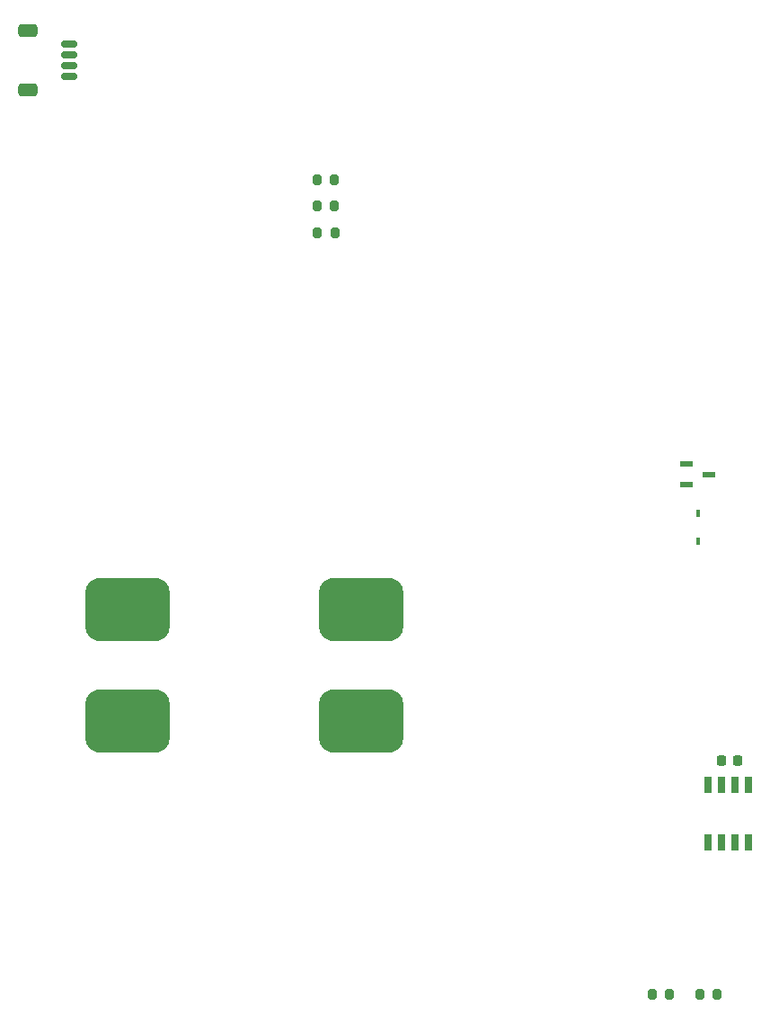
<source format=gtp>
%TF.GenerationSoftware,KiCad,Pcbnew,8.0.7*%
%TF.CreationDate,2025-01-14T10:08:52+01:00*%
%TF.ProjectId,pv_test_station,70765f74-6573-4745-9f73-746174696f6e,rev?*%
%TF.SameCoordinates,Original*%
%TF.FileFunction,Paste,Top*%
%TF.FilePolarity,Positive*%
%FSLAX46Y46*%
G04 Gerber Fmt 4.6, Leading zero omitted, Abs format (unit mm)*
G04 Created by KiCad (PCBNEW 8.0.7) date 2025-01-14 10:08:52*
%MOMM*%
%LPD*%
G01*
G04 APERTURE LIST*
G04 Aperture macros list*
%AMRoundRect*
0 Rectangle with rounded corners*
0 $1 Rounding radius*
0 $2 $3 $4 $5 $6 $7 $8 $9 X,Y pos of 4 corners*
0 Add a 4 corners polygon primitive as box body*
4,1,4,$2,$3,$4,$5,$6,$7,$8,$9,$2,$3,0*
0 Add four circle primitives for the rounded corners*
1,1,$1+$1,$2,$3*
1,1,$1+$1,$4,$5*
1,1,$1+$1,$6,$7*
1,1,$1+$1,$8,$9*
0 Add four rect primitives between the rounded corners*
20,1,$1+$1,$2,$3,$4,$5,0*
20,1,$1+$1,$4,$5,$6,$7,0*
20,1,$1+$1,$6,$7,$8,$9,0*
20,1,$1+$1,$8,$9,$2,$3,0*%
G04 Aperture macros list end*
%ADD10RoundRect,1.500000X-2.500000X-1.500000X2.500000X-1.500000X2.500000X1.500000X-2.500000X1.500000X0*%
%ADD11RoundRect,0.200000X-0.200000X-0.275000X0.200000X-0.275000X0.200000X0.275000X-0.200000X0.275000X0*%
%ADD12R,0.406400X0.753100*%
%ADD13R,1.300000X0.600000*%
%ADD14R,0.650000X1.525000*%
%ADD15RoundRect,0.225000X0.225000X0.250000X-0.225000X0.250000X-0.225000X-0.250000X0.225000X-0.250000X0*%
%ADD16RoundRect,0.150000X-0.625000X0.150000X-0.625000X-0.150000X0.625000X-0.150000X0.625000X0.150000X0*%
%ADD17RoundRect,0.250000X-0.650000X0.350000X-0.650000X-0.350000X0.650000X-0.350000X0.650000X0.350000X0*%
%ADD18RoundRect,0.200000X0.200000X0.275000X-0.200000X0.275000X-0.200000X-0.275000X0.200000X-0.275000X0*%
G04 APERTURE END LIST*
D10*
%TO.C,U1*%
X81500000Y-111250000D03*
X81500000Y-121750000D03*
X103500000Y-111250000D03*
X103500000Y-121750000D03*
%TD*%
D11*
%TO.C,R4*%
X99350000Y-73250000D03*
X101000000Y-73250000D03*
%TD*%
D12*
%TO.C,D1*%
X135250000Y-104829050D03*
X135250000Y-102170950D03*
%TD*%
D13*
%TO.C,Q1*%
X134200000Y-97550000D03*
X134200000Y-99450000D03*
X136300000Y-98500000D03*
%TD*%
D14*
%TO.C,IC1*%
X136190000Y-133174000D03*
X137460000Y-133174000D03*
X138730000Y-133174000D03*
X140000000Y-133174000D03*
X140000000Y-127750000D03*
X138730000Y-127750000D03*
X137460000Y-127750000D03*
X136190000Y-127750000D03*
%TD*%
D15*
%TO.C,C1*%
X139025000Y-125500000D03*
X137475000Y-125500000D03*
%TD*%
D16*
%TO.C,J5*%
X76000000Y-58000000D03*
X76000000Y-59000000D03*
X76000000Y-60000000D03*
X76000000Y-61000000D03*
D17*
X72125000Y-56700000D03*
X72125000Y-62300000D03*
%TD*%
D18*
%TO.C,R1*%
X137075000Y-147500000D03*
X135425000Y-147500000D03*
%TD*%
D11*
%TO.C,R3*%
X99350000Y-70750000D03*
X101000000Y-70750000D03*
%TD*%
D18*
%TO.C,R2*%
X132575000Y-147500000D03*
X130925000Y-147500000D03*
%TD*%
D11*
%TO.C,R5*%
X99425000Y-75750000D03*
X101075000Y-75750000D03*
%TD*%
M02*

</source>
